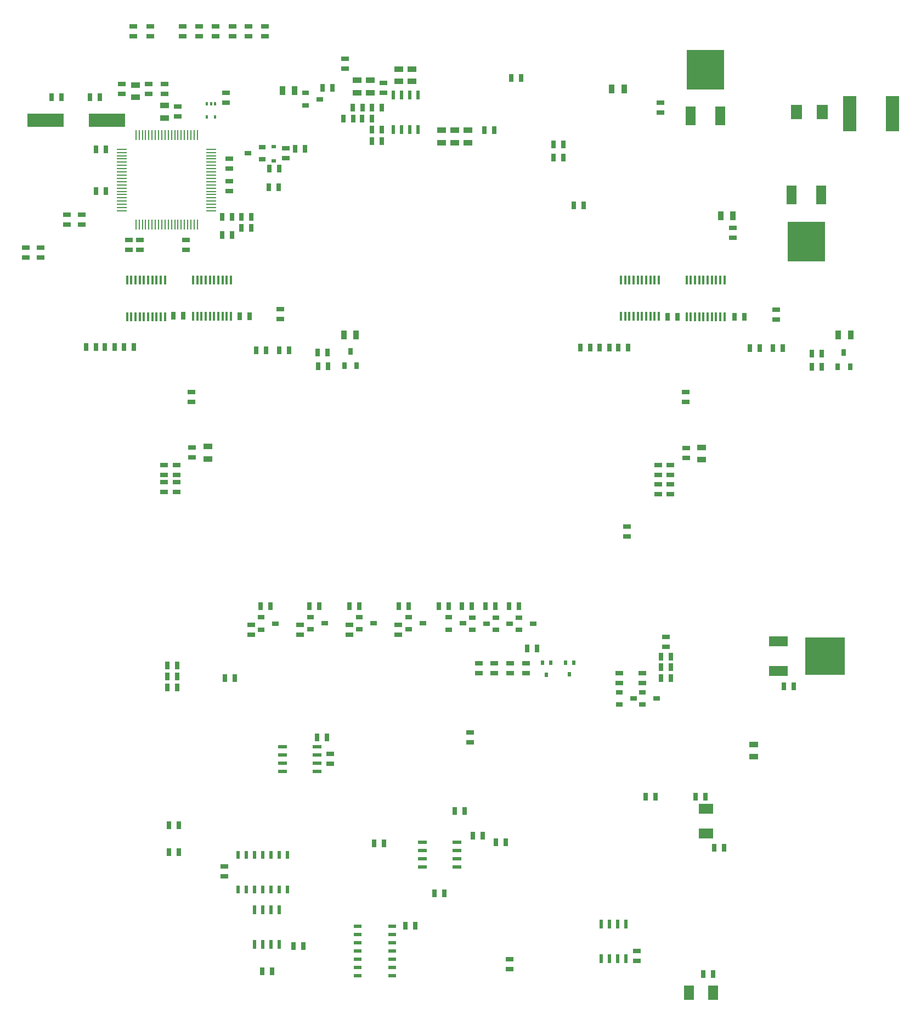
<source format=gtp>
G04 (created by PCBNEW (2013-07-07 BZR 4022)-stable) date 14/05/2014 09:54:23*
%MOIN*%
G04 Gerber Fmt 3.4, Leading zero omitted, Abs format*
%FSLAX34Y34*%
G01*
G70*
G90*
G04 APERTURE LIST*
%ADD10C,0.00590551*%
%ADD11R,0.019685X0.0275591*%
%ADD12R,0.0551X0.0236*%
%ADD13R,0.025X0.045*%
%ADD14R,0.045X0.025*%
%ADD15R,0.02X0.045*%
%ADD16R,0.045X0.02*%
%ADD17R,0.0236X0.0551*%
%ADD18R,0.0394X0.0315*%
%ADD19R,0.0787402X0.212598*%
%ADD20R,0.055X0.035*%
%ADD21R,0.035X0.055*%
%ADD22R,0.0866X0.063*%
%ADD23R,0.063X0.0866*%
%ADD24R,0.0709X0.0866*%
%ADD25R,0.0165X0.0579*%
%ADD26R,0.012X0.02*%
%ADD27R,0.0110236X0.0590551*%
%ADD28R,0.0590551X0.0110236*%
%ADD29R,0.228X0.244*%
%ADD30R,0.063X0.118*%
%ADD31R,0.244X0.228*%
%ADD32R,0.118X0.063*%
%ADD33R,0.027X0.024*%
%ADD34R,0.22X0.083*%
%ADD35R,0.0315X0.0394*%
G04 APERTURE END LIST*
G54D10*
G54D11*
X32824Y-39185D03*
X33335Y-39185D03*
X33080Y-39894D03*
X34224Y-39165D03*
X34735Y-39165D03*
X34480Y-39874D03*
G54D12*
X27630Y-50060D03*
X25530Y-50060D03*
X27630Y-50560D03*
X27630Y-51060D03*
X27630Y-51560D03*
X25530Y-50560D03*
X25530Y-51060D03*
X25530Y-51560D03*
G54D13*
X28090Y-48170D03*
X27490Y-48170D03*
X30610Y-50060D03*
X30010Y-50060D03*
X26882Y-53186D03*
X26282Y-53186D03*
X10130Y-50660D03*
X10730Y-50660D03*
X10130Y-49050D03*
X10730Y-49050D03*
X22600Y-50150D03*
X23200Y-50150D03*
X29220Y-49660D03*
X28620Y-49660D03*
X15820Y-57920D03*
X16420Y-57920D03*
X25090Y-55150D03*
X24490Y-55150D03*
X18320Y-56380D03*
X17720Y-56380D03*
G54D14*
X13520Y-52140D03*
X13520Y-51540D03*
G54D15*
X14340Y-52940D03*
X14840Y-52940D03*
X15340Y-52940D03*
X15840Y-52940D03*
X16340Y-52940D03*
X16840Y-52940D03*
X17340Y-52940D03*
X17340Y-50840D03*
X16840Y-50840D03*
X16340Y-50840D03*
X15840Y-50840D03*
X15340Y-50840D03*
X14840Y-50840D03*
X14340Y-50840D03*
G54D16*
X21620Y-55160D03*
X21620Y-55660D03*
X21620Y-56160D03*
X21620Y-56660D03*
X21620Y-57160D03*
X21620Y-57660D03*
X21620Y-58160D03*
X23720Y-58160D03*
X23720Y-57660D03*
X23720Y-57160D03*
X23720Y-56660D03*
X23720Y-56160D03*
X23720Y-55660D03*
X23720Y-55160D03*
G54D17*
X16850Y-56270D03*
X16850Y-54170D03*
X16350Y-56270D03*
X15850Y-56270D03*
X15350Y-56270D03*
X16350Y-54170D03*
X15850Y-54170D03*
X15350Y-54170D03*
G54D14*
X18100Y-37460D03*
X18100Y-36860D03*
X24080Y-37470D03*
X24080Y-36870D03*
X21100Y-37460D03*
X21100Y-36860D03*
X15130Y-37470D03*
X15130Y-36870D03*
G54D18*
X16608Y-36795D03*
X15742Y-37170D03*
X15742Y-36420D03*
X19613Y-36775D03*
X18747Y-37150D03*
X18747Y-36400D03*
X22573Y-36775D03*
X21707Y-37150D03*
X21707Y-36400D03*
X25563Y-36775D03*
X24697Y-37150D03*
X24697Y-36400D03*
G54D12*
X19135Y-44260D03*
X17035Y-44260D03*
X19135Y-44760D03*
X19135Y-45260D03*
X19135Y-45760D03*
X17035Y-44760D03*
X17035Y-45260D03*
X17035Y-45760D03*
G54D13*
X19735Y-43710D03*
X19135Y-43710D03*
G54D14*
X28440Y-43410D03*
X28440Y-44010D03*
X19935Y-45310D03*
X19935Y-44710D03*
G54D19*
X54111Y-5829D03*
X51512Y-5829D03*
G54D20*
X28296Y-6839D03*
X28296Y-7589D03*
G54D21*
X44405Y-12025D03*
X43655Y-12025D03*
G54D20*
X9860Y-5340D03*
X9860Y-6090D03*
X45680Y-44125D03*
X45680Y-44875D03*
X42500Y-26100D03*
X42500Y-26850D03*
X12495Y-26044D03*
X12495Y-26794D03*
G54D21*
X37795Y-4340D03*
X37045Y-4340D03*
X20770Y-19260D03*
X21520Y-19260D03*
G54D20*
X8100Y-4850D03*
X8100Y-4100D03*
X24898Y-3128D03*
X24898Y-3878D03*
X24111Y-3878D03*
X24111Y-3128D03*
G54D21*
X50810Y-19255D03*
X51560Y-19255D03*
G54D14*
X8920Y-4645D03*
X8920Y-4045D03*
X13795Y-10550D03*
X13795Y-9950D03*
G54D13*
X6320Y-10545D03*
X5720Y-10545D03*
X20055Y-4260D03*
X19455Y-4260D03*
X29307Y-6836D03*
X29907Y-6836D03*
G54D14*
X7275Y-4650D03*
X7275Y-4050D03*
X10680Y-6015D03*
X10680Y-5415D03*
X11170Y-13515D03*
X11170Y-14115D03*
X13800Y-9170D03*
X13800Y-8570D03*
G54D13*
X13375Y-13210D03*
X13975Y-13210D03*
X13385Y-12100D03*
X13985Y-12100D03*
X16825Y-9180D03*
X16225Y-9180D03*
X16820Y-10295D03*
X16220Y-10295D03*
G54D14*
X3940Y-12565D03*
X3940Y-11965D03*
X4850Y-12565D03*
X4850Y-11965D03*
X13605Y-5175D03*
X13605Y-4575D03*
X9860Y-4635D03*
X9860Y-4035D03*
G54D13*
X21880Y-6135D03*
X22480Y-6135D03*
G54D14*
X37490Y-40400D03*
X37490Y-39800D03*
X38920Y-40400D03*
X38920Y-39800D03*
G54D13*
X43860Y-50420D03*
X43260Y-50420D03*
X42620Y-58070D03*
X43220Y-58070D03*
G54D14*
X37964Y-31515D03*
X37964Y-30915D03*
G54D13*
X35340Y-11405D03*
X34740Y-11405D03*
X31530Y-3680D03*
X30930Y-3680D03*
G54D14*
X20850Y-2509D03*
X20850Y-3109D03*
G54D13*
X47490Y-40620D03*
X48090Y-40620D03*
G54D14*
X39988Y-5173D03*
X39988Y-5773D03*
X44420Y-12765D03*
X44420Y-13365D03*
G54D13*
X22470Y-6805D03*
X23070Y-6805D03*
X22470Y-5465D03*
X23070Y-5465D03*
X15135Y-12095D03*
X14535Y-12095D03*
X14535Y-12780D03*
X15135Y-12780D03*
X34120Y-8490D03*
X33520Y-8490D03*
X33520Y-7700D03*
X34120Y-7700D03*
X6295Y-7995D03*
X5695Y-7995D03*
G54D14*
X23160Y-3965D03*
X23160Y-4565D03*
X47040Y-17745D03*
X47040Y-18345D03*
X11515Y-23345D03*
X11515Y-22745D03*
X1428Y-14575D03*
X1428Y-13975D03*
X2322Y-14573D03*
X2322Y-13973D03*
G54D13*
X10650Y-40655D03*
X10050Y-40655D03*
X10650Y-40000D03*
X10050Y-40000D03*
X10650Y-39350D03*
X10050Y-39350D03*
X40640Y-40090D03*
X40040Y-40090D03*
X40640Y-39440D03*
X40040Y-39440D03*
X40640Y-38790D03*
X40040Y-38790D03*
X49790Y-21210D03*
X49190Y-21210D03*
X49190Y-20395D03*
X49790Y-20395D03*
X35749Y-20042D03*
X35149Y-20042D03*
X36291Y-20042D03*
X36891Y-20042D03*
X38033Y-20042D03*
X37433Y-20042D03*
X45448Y-20079D03*
X46048Y-20079D03*
X47432Y-20081D03*
X46832Y-20081D03*
X40450Y-18155D03*
X41050Y-18155D03*
X44510Y-18160D03*
X45110Y-18160D03*
X19795Y-21155D03*
X19195Y-21155D03*
X19185Y-20350D03*
X19785Y-20350D03*
X5710Y-20003D03*
X5110Y-20003D03*
X6252Y-20003D03*
X6852Y-20003D03*
X7993Y-20003D03*
X7393Y-20003D03*
G54D14*
X16900Y-17700D03*
X16900Y-18300D03*
G54D13*
X17428Y-20195D03*
X16828Y-20195D03*
X15446Y-20195D03*
X16046Y-20195D03*
X14440Y-18152D03*
X15040Y-18152D03*
X10420Y-18115D03*
X11020Y-18115D03*
G54D14*
X9853Y-27778D03*
X9853Y-27178D03*
G54D13*
X3000Y-4825D03*
X3600Y-4825D03*
X5950Y-4825D03*
X5350Y-4825D03*
G54D14*
X7969Y-529D03*
X7969Y-1129D03*
X8992Y-529D03*
X8992Y-1129D03*
X11985Y-529D03*
X11985Y-1129D03*
X12969Y-529D03*
X12969Y-1129D03*
X10961Y-529D03*
X10961Y-1129D03*
X13992Y-529D03*
X13992Y-1129D03*
X14977Y-529D03*
X14977Y-1129D03*
X15961Y-529D03*
X15961Y-1129D03*
X41570Y-26135D03*
X41570Y-26735D03*
X40600Y-28345D03*
X40600Y-28945D03*
X40600Y-27765D03*
X40600Y-27165D03*
X39870Y-28345D03*
X39870Y-28945D03*
X9853Y-28220D03*
X9853Y-28820D03*
X10601Y-27778D03*
X10601Y-27178D03*
X10601Y-28220D03*
X10601Y-28820D03*
X11530Y-26115D03*
X11530Y-26715D03*
X41521Y-23345D03*
X41521Y-22745D03*
X39860Y-27775D03*
X39860Y-27175D03*
G54D22*
X42780Y-48032D03*
X42780Y-49528D03*
G54D23*
X41722Y-59190D03*
X43218Y-59190D03*
G54D24*
X49850Y-5735D03*
X48270Y-5735D03*
G54D25*
X42873Y-15953D03*
X42617Y-15953D03*
X42361Y-15953D03*
X42105Y-15953D03*
X43637Y-18155D03*
X43641Y-15953D03*
X43385Y-15953D03*
X43129Y-15953D03*
X41849Y-18157D03*
X42105Y-18157D03*
X42361Y-18157D03*
X42617Y-18157D03*
X42873Y-18157D03*
X43129Y-18157D03*
X41849Y-15953D03*
X43385Y-18155D03*
X43897Y-15953D03*
X41593Y-15953D03*
X41593Y-18157D03*
X43897Y-18157D03*
X38878Y-15943D03*
X38622Y-15943D03*
X38366Y-15943D03*
X38110Y-15943D03*
X39642Y-18145D03*
X39646Y-15943D03*
X39390Y-15943D03*
X39134Y-15943D03*
X37854Y-18147D03*
X38110Y-18147D03*
X38366Y-18147D03*
X38622Y-18147D03*
X38878Y-18147D03*
X39134Y-18147D03*
X37854Y-15943D03*
X39390Y-18145D03*
X39902Y-15943D03*
X37598Y-15943D03*
X37598Y-18147D03*
X39902Y-18147D03*
G54D26*
X12943Y-5232D03*
X12443Y-5232D03*
X12943Y-6032D03*
X12693Y-5232D03*
X12443Y-6032D03*
G54D14*
X8370Y-13505D03*
X8370Y-14105D03*
G54D27*
X11867Y-7148D03*
X11670Y-7148D03*
X11473Y-7148D03*
X11276Y-7148D03*
X11080Y-7148D03*
X10883Y-7148D03*
X10686Y-7148D03*
X10489Y-7148D03*
X10292Y-7148D03*
X10095Y-7148D03*
X9899Y-7148D03*
X9702Y-7148D03*
X9505Y-7148D03*
X9308Y-7148D03*
X9111Y-7148D03*
X8914Y-7148D03*
X8717Y-7148D03*
X8521Y-7148D03*
X8324Y-7148D03*
X8127Y-7148D03*
G54D28*
X7280Y-7994D03*
X7280Y-8191D03*
X7280Y-8388D03*
X7280Y-8585D03*
X7280Y-8782D03*
X7280Y-8979D03*
X7280Y-9176D03*
X7280Y-9372D03*
X7280Y-9569D03*
X7280Y-9766D03*
X7280Y-9963D03*
X7280Y-10160D03*
X7280Y-10357D03*
X7280Y-10554D03*
X7280Y-10750D03*
X7280Y-10947D03*
X7280Y-11144D03*
X7280Y-11341D03*
X7280Y-11538D03*
X7280Y-11735D03*
G54D27*
X8127Y-12581D03*
X8324Y-12581D03*
X8521Y-12581D03*
X8717Y-12581D03*
X8914Y-12581D03*
X9111Y-12581D03*
X9308Y-12581D03*
X9505Y-12581D03*
X9702Y-12581D03*
X9899Y-12581D03*
X10095Y-12581D03*
X10292Y-12581D03*
X10489Y-12581D03*
X10686Y-12581D03*
X10883Y-12581D03*
X11080Y-12581D03*
X11276Y-12581D03*
X11473Y-12581D03*
X11670Y-12581D03*
X11867Y-12581D03*
G54D28*
X12713Y-11735D03*
X12713Y-11538D03*
X12713Y-11341D03*
X12713Y-11144D03*
X12713Y-10947D03*
X12713Y-10750D03*
X12713Y-10554D03*
X12713Y-10357D03*
X12713Y-10160D03*
X12713Y-9963D03*
X12713Y-9766D03*
X12713Y-9569D03*
X12713Y-9372D03*
X12713Y-9176D03*
X12713Y-8979D03*
X12713Y-8782D03*
X12713Y-8585D03*
X12713Y-8388D03*
X12713Y-8191D03*
X12713Y-7994D03*
G54D29*
X48866Y-13615D03*
G54D30*
X49766Y-10785D03*
X47966Y-10785D03*
G54D29*
X42740Y-3155D03*
G54D30*
X41840Y-5985D03*
X43640Y-5985D03*
G54D31*
X49998Y-38774D03*
G54D32*
X47168Y-37874D03*
X47168Y-39674D03*
G54D25*
X8868Y-15953D03*
X8612Y-15953D03*
X8356Y-15953D03*
X8100Y-15953D03*
X9632Y-18155D03*
X9636Y-15953D03*
X9380Y-15953D03*
X9124Y-15953D03*
X7844Y-18157D03*
X8100Y-18157D03*
X8356Y-18157D03*
X8612Y-18157D03*
X8868Y-18157D03*
X9124Y-18157D03*
X7844Y-15953D03*
X9380Y-18155D03*
X9892Y-15953D03*
X7588Y-15953D03*
X7588Y-18157D03*
X9892Y-18157D03*
X12880Y-15948D03*
X12624Y-15948D03*
X12368Y-15948D03*
X12112Y-15948D03*
X13644Y-18150D03*
X13648Y-15948D03*
X13392Y-15948D03*
X13136Y-15948D03*
X11856Y-18152D03*
X12112Y-18152D03*
X12368Y-18152D03*
X12624Y-18152D03*
X12880Y-18152D03*
X13136Y-18152D03*
X11856Y-15948D03*
X13392Y-18150D03*
X13904Y-15948D03*
X11600Y-15948D03*
X11600Y-18152D03*
X13904Y-18152D03*
G54D18*
X14952Y-8240D03*
X15818Y-7865D03*
X15818Y-8615D03*
G54D13*
X18395Y-7975D03*
X17795Y-7975D03*
G54D14*
X17225Y-7950D03*
X17225Y-8550D03*
G54D33*
X16495Y-7830D03*
X16495Y-8710D03*
G54D34*
X2630Y-6225D03*
X6370Y-6225D03*
G54D21*
X17775Y-4430D03*
X17025Y-4430D03*
G54D17*
X23770Y-4705D03*
X23770Y-6805D03*
X24270Y-4705D03*
X24770Y-4705D03*
X25270Y-4705D03*
X24270Y-6805D03*
X24770Y-6805D03*
X25270Y-6805D03*
G54D20*
X22380Y-3820D03*
X22380Y-4570D03*
X21560Y-3815D03*
X21560Y-4565D03*
G54D13*
X20730Y-6135D03*
X21330Y-6135D03*
X23070Y-7515D03*
X22470Y-7515D03*
X21290Y-5465D03*
X21890Y-5465D03*
G54D14*
X7720Y-14105D03*
X7720Y-13505D03*
G54D20*
X26700Y-7590D03*
X26700Y-6840D03*
G54D18*
X19293Y-4955D03*
X18427Y-5330D03*
X18427Y-4580D03*
G54D13*
X13543Y-40104D03*
X14143Y-40104D03*
G54D14*
X40350Y-37620D03*
X40350Y-38220D03*
G54D18*
X39783Y-41330D03*
X38917Y-41705D03*
X38917Y-40955D03*
X38363Y-41330D03*
X37497Y-41705D03*
X37497Y-40955D03*
G54D35*
X21170Y-20287D03*
X21545Y-21153D03*
X20795Y-21153D03*
X51150Y-20342D03*
X51525Y-21208D03*
X50775Y-21208D03*
G54D20*
X27488Y-7590D03*
X27488Y-6840D03*
G54D18*
X32273Y-36800D03*
X31407Y-37175D03*
X31407Y-36425D03*
X30853Y-36800D03*
X29987Y-37175D03*
X29987Y-36425D03*
X29433Y-36800D03*
X28567Y-37175D03*
X28567Y-36425D03*
X28013Y-36780D03*
X27147Y-37155D03*
X27147Y-36405D03*
G54D14*
X30850Y-57780D03*
X30850Y-57180D03*
X29920Y-39220D03*
X29920Y-39820D03*
X28960Y-39220D03*
X28960Y-39820D03*
X30880Y-39220D03*
X30880Y-39820D03*
X31840Y-39220D03*
X31840Y-39820D03*
G54D17*
X37910Y-57130D03*
X37910Y-55030D03*
X37410Y-57130D03*
X36910Y-57130D03*
X36410Y-57130D03*
X37410Y-55030D03*
X36910Y-55030D03*
X36410Y-55030D03*
G54D14*
X38580Y-56660D03*
X38580Y-57260D03*
G54D13*
X39100Y-47300D03*
X39700Y-47300D03*
X42740Y-47300D03*
X42140Y-47300D03*
X32520Y-38290D03*
X31920Y-38290D03*
X30800Y-35725D03*
X31400Y-35725D03*
X29375Y-35725D03*
X29975Y-35725D03*
X27950Y-35725D03*
X28550Y-35725D03*
X26550Y-35725D03*
X27150Y-35725D03*
X24100Y-35725D03*
X24700Y-35725D03*
X21100Y-35725D03*
X21700Y-35725D03*
X19275Y-35725D03*
X18675Y-35725D03*
X16300Y-35725D03*
X15700Y-35725D03*
M02*

</source>
